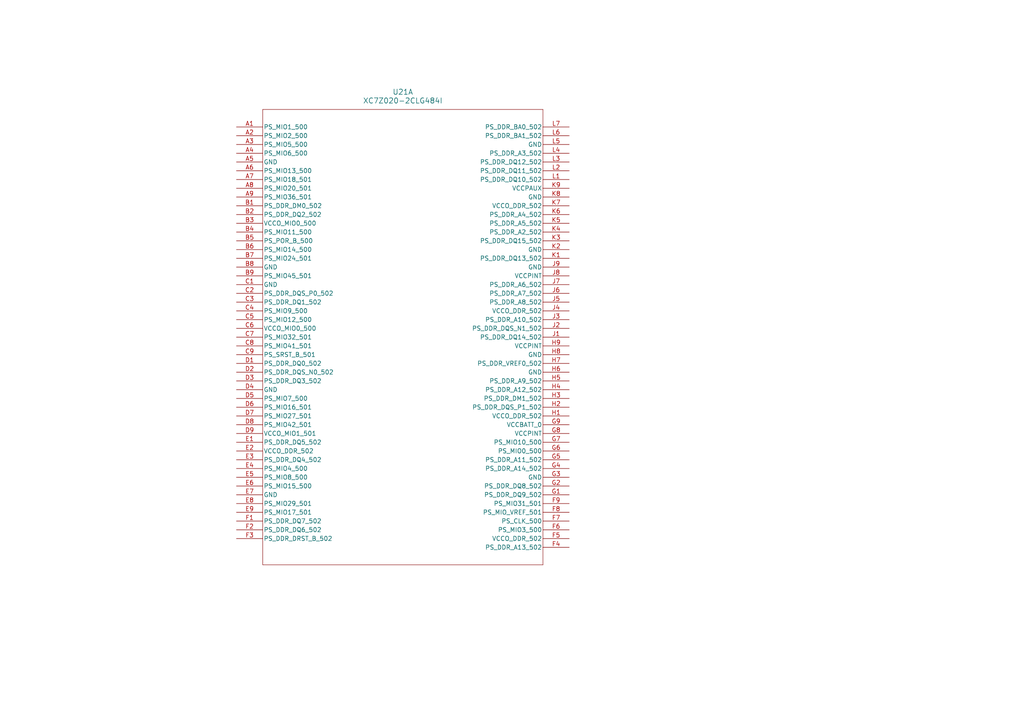
<source format=kicad_sch>
(kicad_sch (version 20231120) (generator "eeschema") (generator_version "8.0")
  (paper "A4")
  (lib_symbols
    (symbol "2025-03-16_19-05-43:XC7Z020-2CLG484I" (pin_names (offset 0.254))
      (property "Reference" "U" (at 48.26 10.16 0))
      (property "Value" "XC7Z020-2CLG484I" (at 48.26 7.62 0))
      (symbol "XC7Z020-2CLG484I_1_1"
        (polyline (pts (xy 7.62 -127) (xy 88.9 -127)) (stroke (width 0.127)))
        (polyline (pts (xy 7.62 5.08) (xy 7.62 -127)) (stroke (width 0.127)))
        (polyline (pts (xy 88.9 -127) (xy 88.9 5.08)) (stroke (width 0.127)))
        (polyline (pts (xy 88.9 5.08) (xy 7.62 5.08)) (stroke (width 0.127)))
        (pin bidirectional line (at 0 0 0) (length 7.62) (name "PS_MIO1_500") (number "A1"))
        (pin bidirectional line (at 0 -2.54 0) (length 7.62) (name "PS_MIO2_500") (number "A2"))
        (pin bidirectional line (at 0 -5.08 0) (length 7.62) (name "PS_MIO5_500") (number "A3"))
        (pin bidirectional line (at 0 -7.62 0) (length 7.62) (name "PS_MIO6_500") (number "A4"))
        (pin power_out line (at 0 -10.16 0) (length 7.62) (name "GND") (number "A5"))
        (pin bidirectional line (at 0 -12.7 0) (length 7.62) (name "PS_MIO13_500") (number "A6"))
        (pin bidirectional line (at 0 -15.24 0) (length 7.62) (name "PS_MIO18_501") (number "A7"))
        (pin bidirectional line (at 0 -17.78 0) (length 7.62) (name "PS_MIO20_501") (number "A8"))
        (pin bidirectional line (at 0 -20.32 0) (length 7.62) (name "PS_MIO36_501") (number "A9"))
        (pin output line (at 0 -22.86 0) (length 7.62) (name "PS_DDR_DM0_502") (number "B1"))
        (pin bidirectional line (at 0 -25.4 0) (length 7.62) (name "PS_DDR_DQ2_502") (number "B2"))
        (pin power_in line (at 0 -27.94 0) (length 7.62) (name "VCCO_MIO0_500") (number "B3"))
        (pin bidirectional line (at 0 -30.48 0) (length 7.62) (name "PS_MIO11_500") (number "B4"))
        (pin input line (at 0 -33.02 0) (length 7.62) (name "PS_POR_B_500") (number "B5"))
        (pin bidirectional line (at 0 -35.56 0) (length 7.62) (name "PS_MIO14_500") (number "B6"))
        (pin bidirectional line (at 0 -38.1 0) (length 7.62) (name "PS_MIO24_501") (number "B7"))
        (pin power_out line (at 0 -40.64 0) (length 7.62) (name "GND") (number "B8"))
        (pin bidirectional line (at 0 -43.18 0) (length 7.62) (name "PS_MIO45_501") (number "B9"))
        (pin power_out line (at 0 -45.72 0) (length 7.62) (name "GND") (number "C1"))
        (pin bidirectional line (at 0 -48.26 0) (length 7.62) (name "PS_DDR_DQS_P0_502") (number "C2"))
        (pin bidirectional line (at 0 -50.8 0) (length 7.62) (name "PS_DDR_DQ1_502") (number "C3"))
        (pin bidirectional line (at 0 -53.34 0) (length 7.62) (name "PS_MIO9_500") (number "C4"))
        (pin bidirectional line (at 0 -55.88 0) (length 7.62) (name "PS_MIO12_500") (number "C5"))
        (pin power_in line (at 0 -58.42 0) (length 7.62) (name "VCCO_MIO0_500") (number "C6"))
        (pin bidirectional line (at 0 -60.96 0) (length 7.62) (name "PS_MIO32_501") (number "C7"))
        (pin bidirectional line (at 0 -63.5 0) (length 7.62) (name "PS_MIO41_501") (number "C8"))
        (pin input line (at 0 -66.04 0) (length 7.62) (name "PS_SRST_B_501") (number "C9"))
        (pin bidirectional line (at 0 -68.58 0) (length 7.62) (name "PS_DDR_DQ0_502") (number "D1"))
        (pin bidirectional line (at 0 -71.12 0) (length 7.62) (name "PS_DDR_DQS_N0_502") (number "D2"))
        (pin bidirectional line (at 0 -73.66 0) (length 7.62) (name "PS_DDR_DQ3_502") (number "D3"))
        (pin power_out line (at 0 -76.2 0) (length 7.62) (name "GND") (number "D4"))
        (pin bidirectional line (at 0 -78.74 0) (length 7.62) (name "PS_MIO7_500") (number "D5"))
        (pin bidirectional line (at 0 -81.28 0) (length 7.62) (name "PS_MIO16_501") (number "D6"))
        (pin bidirectional line (at 0 -83.82 0) (length 7.62) (name "PS_MIO27_501") (number "D7"))
        (pin bidirectional line (at 0 -86.36 0) (length 7.62) (name "PS_MIO42_501") (number "D8"))
        (pin power_in line (at 0 -88.9 0) (length 7.62) (name "VCCO_MIO1_501") (number "D9"))
        (pin bidirectional line (at 0 -91.44 0) (length 7.62) (name "PS_DDR_DQ5_502") (number "E1"))
        (pin power_in line (at 0 -93.98 0) (length 7.62) (name "VCCO_DDR_502") (number "E2"))
        (pin bidirectional line (at 0 -96.52 0) (length 7.62) (name "PS_DDR_DQ4_502") (number "E3"))
        (pin bidirectional line (at 0 -99.06 0) (length 7.62) (name "PS_MIO4_500") (number "E4"))
        (pin bidirectional line (at 0 -101.6 0) (length 7.62) (name "PS_MIO8_500") (number "E5"))
        (pin bidirectional line (at 0 -104.14 0) (length 7.62) (name "PS_MIO15_500") (number "E6"))
        (pin power_out line (at 0 -106.68 0) (length 7.62) (name "GND") (number "E7"))
        (pin bidirectional line (at 0 -109.22 0) (length 7.62) (name "PS_MIO29_501") (number "E8"))
        (pin bidirectional line (at 0 -111.76 0) (length 7.62) (name "PS_MIO17_501") (number "E9"))
        (pin bidirectional line (at 0 -114.3 0) (length 7.62) (name "PS_DDR_DQ7_502") (number "F1"))
        (pin bidirectional line (at 0 -116.84 0) (length 7.62) (name "PS_DDR_DQ6_502") (number "F2"))
        (pin output line (at 0 -119.38 0) (length 7.62) (name "PS_DDR_DRST_B_502") (number "F3"))
        (pin output line (at 96.52 -121.92 180) (length 7.62) (name "PS_DDR_A13_502") (number "F4"))
        (pin power_in line (at 96.52 -119.38 180) (length 7.62) (name "VCCO_DDR_502") (number "F5"))
        (pin bidirectional line (at 96.52 -116.84 180) (length 7.62) (name "PS_MIO3_500") (number "F6"))
        (pin input line (at 96.52 -114.3 180) (length 7.62) (name "PS_CLK_500") (number "F7"))
        (pin power_in line (at 96.52 -111.76 180) (length 7.62) (name "PS_MIO_VREF_501") (number "F8"))
        (pin bidirectional line (at 96.52 -109.22 180) (length 7.62) (name "PS_MIO31_501") (number "F9"))
        (pin bidirectional line (at 96.52 -106.68 180) (length 7.62) (name "PS_DDR_DQ9_502") (number "G1"))
        (pin bidirectional line (at 96.52 -104.14 180) (length 7.62) (name "PS_DDR_DQ8_502") (number "G2"))
        (pin power_out line (at 96.52 -101.6 180) (length 7.62) (name "GND") (number "G3"))
        (pin output line (at 96.52 -99.06 180) (length 7.62) (name "PS_DDR_A14_502") (number "G4"))
        (pin output line (at 96.52 -96.52 180) (length 7.62) (name "PS_DDR_A11_502") (number "G5"))
        (pin bidirectional line (at 96.52 -93.98 180) (length 7.62) (name "PS_MIO0_500") (number "G6"))
        (pin bidirectional line (at 96.52 -91.44 180) (length 7.62) (name "PS_MIO10_500") (number "G7"))
        (pin power_in line (at 96.52 -88.9 180) (length 7.62) (name "VCCPINT") (number "G8"))
        (pin power_in line (at 96.52 -86.36 180) (length 7.62) (name "VCCBATT_0") (number "G9"))
        (pin power_in line (at 96.52 -83.82 180) (length 7.62) (name "VCCO_DDR_502") (number "H1"))
        (pin bidirectional line (at 96.52 -81.28 180) (length 7.62) (name "PS_DDR_DQS_P1_502") (number "H2"))
        (pin output line (at 96.52 -78.74 180) (length 7.62) (name "PS_DDR_DM1_502") (number "H3"))
        (pin output line (at 96.52 -76.2 180) (length 7.62) (name "PS_DDR_A12_502") (number "H4"))
        (pin output line (at 96.52 -73.66 180) (length 7.62) (name "PS_DDR_A9_502") (number "H5"))
        (pin power_out line (at 96.52 -71.12 180) (length 7.62) (name "GND") (number "H6"))
        (pin power_in line (at 96.52 -68.58 180) (length 7.62) (name "PS_DDR_VREF0_502") (number "H7"))
        (pin power_out line (at 96.52 -66.04 180) (length 7.62) (name "GND") (number "H8"))
        (pin power_in line (at 96.52 -63.5 180) (length 7.62) (name "VCCPINT") (number "H9"))
        (pin bidirectional line (at 96.52 -60.96 180) (length 7.62) (name "PS_DDR_DQ14_502") (number "J1"))
        (pin bidirectional line (at 96.52 -58.42 180) (length 7.62) (name "PS_DDR_DQS_N1_502") (number "J2"))
        (pin output line (at 96.52 -55.88 180) (length 7.62) (name "PS_DDR_A10_502") (number "J3"))
        (pin power_in line (at 96.52 -53.34 180) (length 7.62) (name "VCCO_DDR_502") (number "J4"))
        (pin output line (at 96.52 -50.8 180) (length 7.62) (name "PS_DDR_A8_502") (number "J5"))
        (pin output line (at 96.52 -48.26 180) (length 7.62) (name "PS_DDR_A7_502") (number "J6"))
        (pin output line (at 96.52 -45.72 180) (length 7.62) (name "PS_DDR_A6_502") (number "J7"))
        (pin power_in line (at 96.52 -43.18 180) (length 7.62) (name "VCCPINT") (number "J8"))
        (pin power_out line (at 96.52 -40.64 180) (length 7.62) (name "GND") (number "J9"))
        (pin bidirectional line (at 96.52 -38.1 180) (length 7.62) (name "PS_DDR_DQ13_502") (number "K1"))
        (pin power_out line (at 96.52 -35.56 180) (length 7.62) (name "GND") (number "K2"))
        (pin bidirectional line (at 96.52 -33.02 180) (length 7.62) (name "PS_DDR_DQ15_502") (number "K3"))
        (pin output line (at 96.52 -30.48 180) (length 7.62) (name "PS_DDR_A2_502") (number "K4"))
        (pin output line (at 96.52 -27.94 180) (length 7.62) (name "PS_DDR_A5_502") (number "K5"))
        (pin output line (at 96.52 -25.4 180) (length 7.62) (name "PS_DDR_A4_502") (number "K6"))
        (pin power_in line (at 96.52 -22.86 180) (length 7.62) (name "VCCO_DDR_502") (number "K7"))
        (pin power_out line (at 96.52 -20.32 180) (length 7.62) (name "GND") (number "K8"))
        (pin power_in line (at 96.52 -17.78 180) (length 7.62) (name "VCCPAUX") (number "K9"))
        (pin bidirectional line (at 96.52 -15.24 180) (length 7.62) (name "PS_DDR_DQ10_502") (number "L1"))
        (pin bidirectional line (at 96.52 -12.7 180) (length 7.62) (name "PS_DDR_DQ11_502") (number "L2"))
        (pin bidirectional line (at 96.52 -10.16 180) (length 7.62) (name "PS_DDR_DQ12_502") (number "L3"))
        (pin output line (at 96.52 -7.62 180) (length 7.62) (name "PS_DDR_A3_502") (number "L4"))
        (pin power_out line (at 96.52 -5.08 180) (length 7.62) (name "GND") (number "L5"))
        (pin output line (at 96.52 -2.54 180) (length 7.62) (name "PS_DDR_BA1_502") (number "L6"))
        (pin output line (at 96.52 0 180) (length 7.62) (name "PS_DDR_BA0_502") (number "L7"))
      )
      (symbol "XC7Z020-2CLG484I_2_1"
        (polyline (pts (xy 7.62 -127) (xy 104.14 -127)) (stroke (width 0.127)))
        (polyline (pts (xy 7.62 5.08) (xy 7.62 -127)) (stroke (width 0.127)))
        (polyline (pts (xy 104.14 -127) (xy 104.14 5.08)) (stroke (width 0.127)))
        (polyline (pts (xy 104.14 5.08) (xy 7.62 5.08)) (stroke (width 0.127)))
        (pin power_in line (at 111.76 -33.02 180) (length 7.62) (name "VCCO_MIO1_501") (number "A10"))
        (pin bidirectional line (at 111.76 -30.48 180) (length 7.62) (name "PS_MIO30_501") (number "A11"))
        (pin bidirectional line (at 111.76 -27.94 180) (length 7.62) (name "PS_MIO28_501") (number "A12"))
        (pin bidirectional line (at 111.76 -25.4 180) (length 7.62) (name "PS_MIO26_501") (number "A13"))
        (pin bidirectional line (at 111.76 -22.86 180) (length 7.62) (name "PS_MIO22_501") (number "A14"))
        (pin power_out line (at 111.76 -20.32 180) (length 7.62) (name "GND") (number "A15"))
        (pin bidirectional line (at 111.76 -17.78 180) (length 7.62) (name "IO_L9P_T1_DQS_AD3P_35") (number "A16"))
        (pin bidirectional line (at 111.76 -15.24 180) (length 7.62) (name "IO_L9N_T1_DQS_AD3N_35") (number "A17"))
        (pin bidirectional line (at 111.76 -12.7 180) (length 7.62) (name "IO_L10P_T1_AD11P_35") (number "A18"))
        (pin bidirectional line (at 111.76 -10.16 180) (length 7.62) (name "IO_L10N_T1_AD11N_35") (number "A19"))
        (pin power_in line (at 111.76 -7.62 180) (length 7.62) (name "VCCO_35") (number "A20"))
        (pin bidirectional line (at 111.76 -5.08 180) (length 7.62) (name "IO_L15P_T2_DQS_AD12P_35") (number "A21"))
        (pin bidirectional line (at 111.76 -2.54 180) (length 7.62) (name "IO_L15N_T2_DQS_AD12N_35") (number "A22"))
        (pin bidirectional line (at 111.76 0 180) (length 7.62) (name "PS_DDR_DQ26_502") (number "AA1"))
        (pin power_in line (at 0 0 0) (length 7.62) (name "VCCPINT") (number "L8"))
        (pin power_out line (at 0 -2.54 0) (length 7.62) (name "GND") (number "L9"))
        (pin bidirectional line (at 0 -5.08 0) (length 7.62) (name "PS_DDR_DQ16_502") (number "M1"))
        (pin bidirectional line (at 0 -7.62 0) (length 7.62) (name "PS_DDR_DQ22_502") (number "M2"))
        (pin power_in line (at 0 -10.16 0) (length 7.62) (name "VCCO_DDR_502") (number "M3"))
        (pin output line (at 0 -12.7 0) (length 7.62) (name "PS_DDR_A0_502") (number "M4"))
        (pin output line (at 0 -15.24 0) (length 7.62) (name "PS_DDR_A1_502") (number "M5"))
        (pin output line (at 0 -17.78 0) (length 7.62) (name "PS_DDR_BA2_502") (number "M6"))
        (pin output line (at 0 -20.32 0) (length 7.62) (name "PS_DDR_VRN_502") (number "M7"))
        (pin power_out line (at 0 -22.86 0) (length 7.62) (name "GND") (number "M8"))
        (pin power_in line (at 0 -25.4 0) (length 7.62) (name "VCCPAUX") (number "M9"))
        (pin power_out line (at 0 -27.94 0) (length 7.62) (name "GND") (number "N1"))
        (pin bidirectional line (at 0 -30.48 0) (length 7.62) (name "PS_DDR_DQS_P2_502") (number "N2"))
        (pin bidirectional line (at 0 -33.02 0) (length 7.62) (name "PS_DDR_DQ18_502") (number "N3"))
        (pin output line (at 0 -35.56 0) (length 7.62) (name "PS_DDR_CKP_502") (number "N4"))
        (pin output line (at 0 -38.1 0) (length 7.62) (name "PS_DDR_CKN_502") (number "N5"))
        (pin power_in line (at 0 -40.64 0) (length 7.62) (name "VCCO_DDR_502") (number "N6"))
        (pin output line (at 0 -43.18 0) (length 7.62) (name "PS_DDR_VRP_502") (number "N7"))
        (pin power_in line (at 0 -45.72 0) (length 7.62) (name "VCCPINT") (number "N8"))
        (pin power_out line (at 0 -48.26 0) (length 7.62) (name "GND") (number "N9"))
        (pin output line (at 0 -50.8 0) (length 7.62) (name "PS_DDR_DM2_502") (number "P1"))
        (pin bidirectional line (at 0 -53.34 0) (length 7.62) (name "PS_DDR_DQS_N2_502") (number "P2"))
        (pin output line (at 0 -55.88 0) (length 7.62) (name "PS_DDR_CAS_B_502") (number "P3"))
        (pin power_out line (at 0 -58.42 0) (length 7.62) (name "GND") (number "P4"))
        (pin output line (at 0 -60.96 0) (length 7.62) (name "PS_DDR_ODT_502") (number "P5"))
        (pin output line (at 0 -63.5 0) (length 7.62) (name "PS_DDR_CS_B_502") (number "P6"))
        (pin power_in line (at 0 -66.04 0) (length 7.62) (name "PS_DDR_VREF1_502") (number "P7"))
        (pin power_out line (at 0 -68.58 0) (length 7.62) (name "GND") (number "P8"))
        (pin power_in line (at 0 -71.12 0) (length 7.62) (name "VCCPAUX") (number "P9"))
        (pin bidirectional line (at 0 -73.66 0) (length 7.62) (name "PS_DDR_DQ23_502") (number "R1"))
        (pin power_in line (at 0 -76.2 0) (length 7.62) (name "VCCO_DDR_502") (number "R2"))
        (pin bidirectional line (at 0 -78.74 0) (length 7.62) (name "PS_DDR_DQ20_502") (number "R3"))
        (pin output line (at 0 -81.28 0) (length 7.62) (name "PS_DDR_WE_B_502") (number "R4"))
        (pin output line (at 0 -83.82 0) (length 7.62) (name "PS_DDR_RAS_B_502") (number "R5"))
        (pin bidirectional line (at 0 -86.36 0) (length 7.62) (name "IO_L19P_T3_13") (number "R6"))
        (pin bidirectional line (at 0 -88.9 0) (length 7.62) (name "IO_0_13") (number "R7"))
        (pin power_in line (at 0 -91.44 0) (length 7.62) (name "VCCPINT") (number "R8"))
        (pin power_out line (at 0 -93.98 0) (length 7.62) (name "GND") (number "R9"))
        (pin bidirectional line (at 0 -96.52 0) (length 7.62) (name "PS_DDR_DQ19_502") (number "T1"))
        (pin bidirectional line (at 0 -99.06 0) (length 7.62) (name "PS_DDR_DQ21_502") (number "T2"))
        (pin bidirectional line (at 0 -101.6 0) (length 7.62) (name "PS_DDR_DQ17_502") (number "T3"))
        (pin bidirectional line (at 0 -104.14 0) (length 7.62) (name "IO_L20P_T3_13") (number "T4"))
        (pin power_in line (at 0 -106.68 0) (length 7.62) (name "VCCO_13") (number "T5"))
        (pin bidirectional line (at 0 -109.22 0) (length 7.62) (name "IO_L19N_T3_VREF_13") (number "T6"))
        (pin power_in line (at 0 -111.76 0) (length 7.62) (name "RSVDVCC1") (number "T7"))
        (pin power_in line (at 0 -114.3 0) (length 7.62) (name "RSVDVCC2") (number "T8"))
        (pin power_in line (at 0 -116.84 0) (length 7.62) (name "VCCPAUX") (number "T9"))
        (pin bidirectional line (at 0 -119.38 0) (length 7.62) (name "PS_DDR_DQ25_502") (number "U1"))
        (pin bidirectional line (at 111.76 -121.92 180) (length 7.62) (name "PS_DDR_DQ27_502") (number "U2"))
        (pin power_out line (at 111.76 -119.38 180) (length 7.62) (name "GND") (number "U3"))
        (pin bidirectional line (at 111.76 -116.84 180) (length 7.62) (name "IO_L20N_T3_13") (number "U4"))
        (pin bidirectional line (at 111.76 -114.3 180) (length 7.62) (name "IO_L22N_T3_13") (number "U5"))
        (pin bidirectional line (at 111.76 -111.76 180) (length 7.62) (name "IO_L22P_T3_13") (number "U6"))
        (pin bidirectional line (at 111.76 -109.22 180) (length 7.62) (name "IO_25_13") (number "U7"))
        (pin power_in line (at 111.76 -106.68 180) (length 7.62) (name "VCCO_13") (number "U8"))
        (pin bidirectional line (at 111.76 -104.14 180) (length 7.62) (name "IO_L6N_T0_VREF_13") (number "U9"))
        (pin power_in line (at 111.76 -101.6 180) (length 7.62) (name "VCCO_DDR_502") (number "V1"))
        (pin bidirectional line (at 111.76 -99.06 180) (length 7.62) (name "PS_DDR_DQS_P3_502") (number "V2"))
        (pin output line (at 111.76 -96.52 180) (length 7.62) (name "PS_DDR_CKE_502") (number "V3"))
        (pin bidirectional line (at 111.76 -93.98 180) (length 7.62) (name "IO_L21N_T3_DQS_13") (number "V4"))
        (pin bidirectional line (at 111.76 -91.44 180) (length 7.62) (name "IO_L21P_T3_DQS_13") (number "V5"))
        (pin power_out line (at 111.76 -88.9 180) (length 7.62) (name "GND") (number "V6"))
        (pin bidirectional line (at 111.76 -86.36 180) (length 7.62) (name "IO_L23P_T3_13") (number "V7"))
        (pin bidirectional line (at 111.76 -83.82 180) (length 7.62) (name "IO_L2P_T0_13") (number "V8"))
        (pin bidirectional line (at 111.76 -81.28 180) (length 7.62) (name "IO_L1N_T0_13") (number "V9"))
        (pin bidirectional line (at 111.76 -78.74 180) (length 7.62) (name "PS_DDR_DQ28_502") (number "W1"))
        (pin bidirectional line (at 111.76 -76.2 180) (length 7.62) (name "PS_DDR_DQS_N3_502") (number "W2"))
        (pin bidirectional line (at 111.76 -73.66 180) (length 7.62) (name "PS_DDR_DQ30_502") (number "W3"))
        (pin power_in line (at 111.76 -71.12 180) (length 7.62) (name "VCCO_13") (number "W4"))
        (pin bidirectional line (at 111.76 -68.58 180) (length 7.62) (name "IO_L24N_T3_13") (number "W5"))
        (pin bidirectional line (at 111.76 -66.04 180) (length 7.62) (name "IO_L24P_T3_13") (number "W6"))
        (pin bidirectional line (at 111.76 -63.5 180) (length 7.62) (name "IO_L23N_T3_13") (number "W7"))
        (pin bidirectional line (at 111.76 -60.96 180) (length 7.62) (name "IO_L2N_T0_13") (number "W8"))
        (pin power_out line (at 111.76 -58.42 180) (length 7.62) (name "GND") (number "W9"))
        (pin bidirectional line (at 111.76 -55.88 180) (length 7.62) (name "PS_DDR_DQ31_502") (number "Y1"))
        (pin power_out line (at 111.76 -53.34 180) (length 7.62) (name "GND") (number "Y2"))
        (pin bidirectional line (at 111.76 -50.8 180) (length 7.62) (name "PS_DDR_DQ29_502") (number "Y3"))
        (pin bidirectional line (at 111.76 -48.26 180) (length 7.62) (name "IO_L18P_T2_13") (number "Y4"))
        (pin bidirectional line (at 111.76 -45.72 180) (length 7.62) (name "IO_L13N_T2_MRCC_13") (number "Y5"))
        (pin bidirectional line (at 111.76 -43.18 180) (length 7.62) (name "IO_L13P_T2_MRCC_13") (number "Y6"))
        (pin power_in line (at 111.76 -40.64 180) (length 7.62) (name "VCCO_13") (number "Y7"))
        (pin bidirectional line (at 111.76 -38.1 180) (length 7.62) (name "IO_L12N_T1_MRCC_13") (number "Y8"))
        (pin bidirectional line (at 111.76 -35.56 180) (length 7.62) (name "IO_L12P_T1_MRCC_13") (number "Y9"))
      )
      (symbol "XC7Z020-2CLG484I_3_1"
        (polyline (pts (xy 7.62 -127) (xy 114.3 -127)) (stroke (width 0.127)))
        (polyline (pts (xy 7.62 5.08) (xy 7.62 -127)) (stroke (width 0.127)))
        (polyline (pts (xy 114.3 -127) (xy 114.3 5.08)) (stroke (width 0.127)))
        (polyline (pts (xy 114.3 5.08) (xy 7.62 5.08)) (stroke (width 0.127)))
        (pin output line (at 0 0 0) (length 7.62) (name "PS_DDR_DM3_502") (number "AA2"))
        (pin bidirectional line (at 0 -2.54 0) (length 7.62) (name "PS_DDR_DQ24_502") (number "AA3"))
        (pin bidirectional line (at 0 -5.08 0) (length 7.62) (name "IO_L18N_T2_13") (number "AA4"))
        (pin power_out line (at 0 -7.62 0) (length 7.62) (name "GND") (number "AA5"))
        (pin bidirectional line (at 0 -10.16 0) (length 7.62) (name "IO_L14N_T2_SRCC_13") (number "AA6"))
        (pin bidirectional line (at 0 -12.7 0) (length 7.62) (name "IO_L14P_T2_SRCC_13") (number "AA7"))
        (pin bidirectional line (at 0 -15.24 0) (length 7.62) (name "IO_L11N_T1_SRCC_13") (number "AA8"))
        (pin bidirectional line (at 0 -17.78 0) (length 7.62) (name "IO_L11P_T1_SRCC_13") (number "AA9"))
        (pin bidirectional line (at 0 -20.32 0) (length 7.62) (name "IO_L15N_T2_DQS_13") (number "AB1"))
        (pin bidirectional line (at 0 -22.86 0) (length 7.62) (name "IO_L15P_T2_DQS_13") (number "AB2"))
        (pin power_in line (at 0 -25.4 0) (length 7.62) (name "VCCO_13") (number "AB3"))
        (pin bidirectional line (at 0 -27.94 0) (length 7.62) (name "IO_L16N_T2_13") (number "AB4"))
        (pin bidirectional line (at 0 -30.48 0) (length 7.62) (name "IO_L16P_T2_13") (number "AB5"))
        (pin bidirectional line (at 0 -33.02 0) (length 7.62) (name "IO_L17N_T2_13") (number "AB6"))
        (pin bidirectional line (at 0 -35.56 0) (length 7.62) (name "IO_L17P_T2_13") (number "AB7"))
        (pin power_out line (at 0 -38.1 0) (length 7.62) (name "GND") (number "AB8"))
        (pin bidirectional line (at 0 -40.64 0) (length 7.62) (name "IO_L9N_T1_DQS_13") (number "AB9"))
        (pin bidirectional line (at 0 -43.18 0) (length 7.62) (name "PS_MIO47_501") (number "B10"))
        (pin bidirectional line (at 0 -45.72 0) (length 7.62) (name "PS_MIO43_501") (number "B11"))
        (pin bidirectional line (at 0 -48.26 0) (length 7.62) (name "PS_MIO34_501") (number "B12"))
        (pin power_in line (at 0 -50.8 0) (length 7.62) (name "VCCO_MIO1_501") (number "B13"))
        (pin bidirectional line (at 0 -53.34 0) (length 7.62) (name "PS_MIO37_501") (number "B14"))
        (pin bidirectional line (at 0 -55.88 0) (length 7.62) (name "IO_L7N_T1_AD2N_35") (number "B15"))
        (pin bidirectional line (at 0 -58.42 0) (length 7.62) (name "IO_L8P_T1_AD10P_35") (number "B16"))
        (pin bidirectional line (at 0 -60.96 0) (length 7.62) (name "IO_L8N_T1_AD10N_35") (number "B17"))
        (pin power_out line (at 0 -63.5 0) (length 7.62) (name "GND") (number "B18"))
        (pin bidirectional line (at 0 -66.04 0) (length 7.62) (name "IO_L13P_T2_MRCC_35") (number "B19"))
        (pin bidirectional line (at 0 -68.58 0) (length 7.62) (name "IO_L13N_T2_MRCC_35") (number "B20"))
        (pin bidirectional line (at 0 -71.12 0) (length 7.62) (name "IO_L18P_T2_AD13P_35") (number "B21"))
        (pin bidirectional line (at 0 -73.66 0) (length 7.62) (name "IO_L18N_T2_AD13N_35") (number "B22"))
        (pin bidirectional line (at 0 -76.2 0) (length 7.62) (name "PS_MIO51_501") (number "C10"))
        (pin power_out line (at 0 -78.74 0) (length 7.62) (name "GND") (number "C11"))
        (pin bidirectional line (at 0 -81.28 0) (length 7.62) (name "PS_MIO53_501") (number "C12"))
        (pin bidirectional line (at 0 -83.82 0) (length 7.62) (name "PS_MIO39_501") (number "C13"))
        (pin bidirectional line (at 0 -86.36 0) (length 7.62) (name "PS_MIO49_501") (number "C14"))
        (pin bidirectional line (at 0 -88.9 0) (length 7.62) (name "IO_L7P_T1_AD2P_35") (number "C15"))
        (pin power_in line (at 0 -91.44 0) (length 7.62) (name "VCCO_35") (number "C16"))
        (pin bidirectional line (at 0 -93.98 0) (length 7.62) (name "IO_L11P_T1_SRCC_35") (number "C17"))
        (pin bidirectional line (at 0 -96.52 0) (length 7.62) (name "IO_L11N_T1_SRCC_35") (number "C18"))
        (pin bidirectional line (at 0 -99.06 0) (length 7.62) (name "IO_L12N_T1_MRCC_35") (number "C19"))
        (pin bidirectional line (at 0 -101.6 0) (length 7.62) (name "IO_L14N_T2_AD4N_SRCC_35") (number "C20"))
        (pin power_out line (at 0 -104.14 0) (length 7.62) (name "GND") (number "C21"))
        (pin bidirectional line (at 0 -106.68 0) (length 7.62) (name "IO_L16N_T2_35") (number "C22"))
        (pin bidirectional line (at 0 -109.22 0) (length 7.62) (name "PS_MIO52_501") (number "D10"))
        (pin bidirectional line (at 0 -111.76 0) (length 7.62) (name "PS_MIO48_501") (number "D11"))
        (pin bidirectional line (at 0 -114.3 0) (length 7.62) (name "PS_MIO46_501") (number "D12"))
        (pin bidirectional line (at 0 -116.84 0) (length 7.62) (name "PS_MIO50_501") (number "D13"))
        (pin power_out line (at 0 -119.38 0) (length 7.62) (name "GND") (number "D14"))
        (pin bidirectional line (at 121.92 -121.92 180) (length 7.62) (name "IO_L3N_T0_DQS_AD1N_35") (number "D15"))
        (pin bidirectional line (at 121.92 -119.38 180) (length 7.62) (name "IO_L2P_T0_AD8P_35") (number "D16"))
        (pin bidirectional line (at 121.92 -116.84 180) (length 7.62) (name "IO_L2N_T0_AD8N_35") (number "D17"))
        (pin bidirectional line (at 121.92 -114.3 180) (length 7.62) (name "IO_L12P_T1_MRCC_35") (number "D18"))
        (pin power_in line (at 121.92 -111.76 180) (length 7.62) (name "VCCO_35") (number "D19"))
        (pin bidirectional line (at 121.92 -109.22 180) (length 7.62) (name "IO_L14P_T2_AD4P_SRCC_35") (number "D20"))
        (pin bidirectional line (at 121.92 -106.68 180) (length 7.62) (name "IO_L17N_T2_AD5N_35") (number "D21"))
        (pin bidirectional line (at 121.92 -104.14 180) (length 7.62) (name "IO_L16P_T2_35") (number "D22"))
        (pin bidirectional line (at 121.92 -101.6 180) (length 7.62) (name "PS_MIO19_501") (number "E10"))
        (pin bidirectional line (at 121.92 -99.06 180) (length 7.62) (name "PS_MIO23_501") (number "E11"))
        (pin power_in line (at 121.92 -96.52 180) (length 7.62) (name "VCCO_MIO1_501") (number "E12"))
        (pin bidirectional line (at 121.92 -93.98 180) (length 7.62) (name "PS_MIO44_501") (number "E13"))
        (pin bidirectional line (at 121.92 -91.44 180) (length 7.62) (name "PS_MIO40_501") (number "E14"))
        (pin bidirectional line (at 121.92 -88.9 180) (length 7.62) (name "IO_L3P_T0_DQS_AD1P_35") (number "E15"))
        (pin bidirectional line (at 121.92 -86.36 180) (length 7.62) (name "IO_L1N_T0_AD0N_35") (number "E16"))
        (pin power_out line (at 121.92 -83.82 180) (length 7.62) (name "GND") (number "E17"))
        (pin bidirectional line (at 121.92 -81.28 180) (length 7.62) (name "IO_L5N_T0_AD9N_35") (number "E18"))
        (pin bidirectional line (at 121.92 -78.74 180) (length 7.62) (name "IO_L21P_T3_DQS_AD14P_35") (number "E19"))
        (pin bidirectional line (at 121.92 -76.2 180) (length 7.62) (name "IO_L21N_T3_DQS_AD14N_35") (number "E20"))
        (pin bidirectional line (at 121.92 -73.66 180) (length 7.62) (name "IO_L17P_T2_AD5P_35") (number "E21"))
        (pin power_in line (at 121.92 -71.12 180) (length 7.62) (name "VCCO_35") (number "E22"))
        (pin power_out line (at 121.92 -68.58 180) (length 7.62) (name "GND") (number "F10"))
        (pin bidirectional line (at 121.92 -66.04 180) (length 7.62) (name "PS_MIO21_501") (number "F11"))
        (pin bidirectional line (at 121.92 -63.5 180) (length 7.62) (name "PS_MIO25_501") (number "F12"))
        (pin bidirectional line (at 121.92 -60.96 180) (length 7.62) (name "PS_MIO38_501") (number "F13"))
        (pin bidirectional line (at 121.92 -58.42 180) (length 7.62) (name "PS_MIO35_501") (number "F14"))
        (pin power_in line (at 121.92 -55.88 180) (length 7.62) (name "VCCO_35") (number "F15"))
        (pin bidirectional line (at 121.92 -53.34 180) (length 7.62) (name "IO_L1P_T0_AD0P_35") (number "F16"))
        (pin bidirectional line (at 121.92 -50.8 180) (length 7.62) (name "IO_L6N_T0_VREF_35") (number "F17"))
        (pin bidirectional line (at 121.92 -48.26 180) (length 7.62) (name "IO_L5P_T0_AD9P_35") (number "F18"))
        (pin bidirectional line (at 121.92 -45.72 180) (length 7.62) (name "IO_L20N_T3_AD6N_35") (number "F19"))
        (pin power_out line (at 121.92 -43.18 180) (length 7.62) (name "GND") (number "F20"))
        (pin bidirectional line (at 121.92 -40.64 180) (length 7.62) (name "IO_L23P_T3_35") (number "F21"))
        (pin bidirectional line (at 121.92 -38.1 180) (length 7.62) (name "IO_L23N_T3_35") (number "F22"))
        (pin no_connect line (at 121.92 -35.56 180) (length 7.62) (name "RSVDGND") (number "G10"))
        (pin input line (at 121.92 -33.02 180) (length 7.62) (name "TCK_0") (number "G11"))
        (pin input line (at 121.92 -30.48 180) (length 7.62) (name "TMS_0") (number "G12"))
        (pin bidirectional line (at 121.92 -27.94 180) (length 7.62) (name "PS_MIO33_501") (number "G13"))
        (pin output line (at 121.92 -25.4 180) (length 7.62) (name "TDO_0") (number "G14"))
        (pin bidirectional line (at 121.92 -22.86 180) (length 7.62) (name "IO_L4P_T0_35") (number "G15"))
        (pin bidirectional line (at 121.92 -20.32 180) (length 7.62) (name "IO_L4N_T0_35") (number "G16"))
        (pin bidirectional line (at 121.92 -17.78 180) (length 7.62) (name "IO_L6P_T0_35") (number "G17"))
        (pin power_in line (at 121.92 -15.24 180) (length 7.62) (name "VCCO_35") (number "G18"))
        (pin bidirectional line (at 121.92 -12.7 180) (length 7.62) (name "IO_L20P_T3_AD6P_35") (number "G19"))
        (pin bidirectional line (at 121.92 -10.16 180) (length 7.62) (name "IO_L22P_T3_AD7P_35") (number "G20"))
        (pin bidirectional line (at 121.92 -7.62 180) (length 7.62) (name "IO_L22N_T3_AD7N_35") (number "G21"))
        (pin bidirectional line (at 121.92 -5.08 180) (length 7.62) (name "IO_L24N_T3_AD15N_35") (number "G22"))
        (pin power_in line (at 121.92 -2.54 180) (length 7.62) (name "VCCPLL") (number "H10"))
        (pin power_in line (at 121.92 0 180) (length 7.62) (name "VCCBRAM") (number "H11"))
      )
      (symbol "XC7Z020-2CLG484I_4_1"
        (polyline (pts (xy 7.62 -127) (xy 104.14 -127)) (stroke (width 0.127)))
        (polyline (pts (xy 7.62 5.08) (xy 7.62 -127)) (stroke (width 0.127)))
        (polyline (pts (xy 104.14 -127) (xy 104.14 5.08)) (stroke (width 0.127)))
        (polyline (pts (xy 104.14 5.08) (xy 7.62 5.08)) (stroke (width 0.127)))
        (pin power_out line (at 0 0 0) (length 7.62) (name "GND") (number "H12"))
        (pin input line (at 0 -2.54 0) (length 7.62) (name "TDI_0") (number "H13"))
        (pin power_out line (at 0 -5.08 0) (length 7.62) (name "GND") (number "H14"))
        (pin bidirectional line (at 0 -7.62 0) (length 7.62) (name "IO_0_34") (number "H15"))
        (pin power_out line (at 0 -10.16 0) (length 7.62) (name "GND") (number "H16"))
        (pin bidirectional line (at 0 -12.7 0) (length 7.62) (name "IO_0_35") (number "H17"))
        (pin bidirectional line (at 0 -15.24 0) (length 7.62) (name "IO_25_35") (number "H18"))
        (pin bidirectional line (at 0 -17.78 0) (length 7.62) (name "IO_L19P_T3_35") (number "H19"))
        (pin bidirectional line (at 0 -20.32 0) (length 7.62) (name "IO_L19N_T3_VREF_35") (number "H20"))
        (pin power_in line (at 0 -22.86 0) (length 7.62) (name "VCCO_35") (number "H21"))
        (pin bidirectional line (at 0 -25.4 0) (length 7.62) (name "IO_L24P_T3_AD15P_35") (number "H22"))
        (pin power_in line (at 0 -27.94 0) (length 7.62) (name "VCCBRAM") (number "J10"))
        (pin power_out line (at 0 -30.48 0) (length 7.62) (name "GND") (number "J11"))
        (pin power_in line (at 0 -33.02 0) (length 7.62) (name "VCCINT") (number "J12"))
        (pin power_out line (at 0 -35.56 0) (length 7.62) (name "GND") (number "J13"))
        (pin power_in line (at 0 -38.1 0) (length 7.62) (name "VCCINT") (number "J14"))
        (pin bidirectional line (at 0 -40.64 0) (length 7.62) (name "IO_L1P_T0_34") (number "J15"))
        (pin bidirectional line (at 0 -43.18 0) (length 7.62) (name "IO_L2P_T0_34") (number "J16"))
        (pin bidirectional line (at 0 -45.72 0) (length 7.62) (name "IO_L2N_T0_34") (number "J17"))
        (pin bidirectional line (at 0 -48.26 0) (length 7.62) (name "IO_L7P_T1_34") (number "J18"))
        (pin power_out line (at 0 -50.8 0) (length 7.62) (name "GND") (number "J19"))
        (pin bidirectional line (at 0 -53.34 0) (length 7.62) (name "IO_L9P_T1_DQS_34") (number "J20"))
        (pin bidirectional line (at 0 -55.88 0) (length 7.62) (name "IO_L8P_T1_34") (number "J21"))
        (pin bidirectional line (at 0 -58.42 0) (length 7.62) (name "IO_L8N_T1_34") (number "J22"))
        (pin power_out line (at 0 -60.96 0) (length 7.62) (name "GND") (number "K10"))
        (pin power_in line (at 0 -63.5 0) (length 7.62) (name "VCCADC_0") (number "K11"))
        (pin power_out line (at 0 -66.04 0) (length 7.62) (name "GNDADC_0") (number "K12"))
        (pin power_in line (at 0 -68.58 0) (length 7.62) (name "VCCINT") (number "K13"))
        (pin power_out line (at 0 -71.12 0) (length 7.62) (name "GND") (number "K14"))
        (pin bidirectional line (at 0 -73.66 0) (length 7.62) (name "IO_L1N_T0_34") (number "K15"))
        (pin bidirectional line (at 0 -76.2 0) (length 7.62) (name "IO_L3P_T0_DQS_PUDC_B_34") (number "K16"))
        (pin power_in line (at 0 -78.74 0) (length 7.62) (name "VCCO_34") (number "K17"))
        (pin bidirectional line (at 0 -81.28 0) (length 7.62) (name "IO_L7N_T1_34") (number "K18"))
        (pin bidirectional line (at 0 -83.82 0) (length 7.62) (name "IO_L11P_T1_SRCC_34") (number "K19"))
        (pin bidirectional line (at 0 -86.36 0) (length 7.62) (name "IO_L11N_T1_SRCC_34") (number "K20"))
        (pin bidirectional line (at 0 -88.9 0) (length 7.62) (name "IO_L9N_T1_DQS_34") (number "K21"))
        (pin power_out line (at 0 -91.44 0) (length 7.62) (name "GND") (number "K22"))
        (pin power_in line (at 0 -93.98 0) (length 7.62) (name "VCCAUX") (number "L10"))
        (pin input line (at 0 -96.52 0) (length 7.62) (name "VP_0") (number "L11"))
        (pin power_in line (at 0 -99.06 0) (length 7.62) (name "VREFN_0") (number "L12"))
        (pin power_out line (at 0 -101.6 0) (length 7.62) (name "GND") (number "L13"))
        (pin power_in line (at 0 -104.14 0) (length 7.62) (name "VCCINT") (number "L14"))
        (pin power_out line (at 0 -106.68 0) (length 7.62) (name "GND") (number "L15"))
        (pin bidirectional line (at 0 -109.22 0) (length 7.62) (name "IO_L3N_T0_DQS_34") (number "L16"))
        (pin bidirectional line (at 0 -111.76 0) (length 7.62) (name "IO_L4P_T0_34") (number "L17"))
        (pin bidirectional line (at 0 -114.3 0) (length 7.62) (name "IO_L12P_T1_MRCC_34") (number "L18"))
        (pin bidirectional line (at 0 -116.84 0) (length 7.62) (name "IO_L12N_T1_MRCC_34") (number "L19"))
        (pin power_in line (at 0 -119.38 0) (length 7.62) (name "VCCO_34") (number "L20"))
        (pin bidirectional line (at 111.76 -121.92 180) (length 7.62) (name "IO_L10P_T1_34") (number "L21"))
        (pin bidirectional line (at 111.76 -119.38 180) (length 7.62) (name "IO_L10N_T1_34") (number "L22"))
        (pin power_out line (at 111.76 -116.84 180) (length 7.62) (name "GND") (number "M10"))
        (pin power_in line (at 111.76 -114.3 180) (length 7.62) (name "VREFP_0") (number "M11"))
        (pin input line (at 111.76 -111.76 180) (length 7.62) (name "VN_0") (number "M12"))
        (pin power_in line (at 111.76 -109.22 180) (length 7.62) (name "VCCINT") (number "M13"))
        (pin power_out line (at 111.76 -106.68 180) (length 7.62) (name "GND") (number "M14"))
        (pin bidirectional line (at 111.76 -104.14 180) (length 7.62) (name "IO_L6P_T0_34") (number "M15"))
        (pin bidirectional line (at 111.76 -101.6 180) (length 7.62) (name "IO_L6N_T0_VREF_34") (number "M16"))
        (pin bidirectional line (at 111.76 -99.06 180) (length 7.62) (name "IO_L4N_T0_34") (number "M17"))
        (pin power_out line (at 111.76 -96.52 180) (length 7.62) (name "GND") (number "M18"))
        (pin bidirectional line (at 111.76 -93.98 180) (length 7.62) (name "IO_L13P_T2_MRCC_34") (number "M19"))
        (pin bidirectional line (at 111.76 -91.44 180) (length 7.62) (name "IO_L13N_T2_MRCC_34") (number "M20"))
        (pin bidirectional line (at 111.76 -88.9 180) (length 7.62) (name "IO_L15P_T2_DQS_34") (number "M21"))
        (pin bidirectional line (at 111.76 -86.36 180) (length 7.62) (name "IO_L15N_T2_DQS_34") (number "M22"))
        (pin power_in line (at 111.76 -83.82 180) (length 7.62) (name "VCCAUX") (number "N10"))
        (pin unspecified line (at 111.76 -81.28 180) (length 7.62) (name "DXP_0") (number "N11"))
        (pin unspecified line (at 111.76 -78.74 180) (length 7.62) (name "DXN_0") (number "N12"))
        (pin power_out line (at 111.76 -76.2 180) (length 7.62) (name "GND") (number "N13"))
        (pin power_in line (at 111.76 -73.66 180) (length 7.62) (name "VCCINT") (number "N14"))
        (pin bidirectional line (at 111.76 -71.12 180) (length 7.62) (name "IO_L19P_T3_34") (number "N15"))
        (pin power_in line (at 111.76 -68.58 180) (length 7.62) (name "VCCO_34") (number "N16"))
        (pin bidirectional line (at 111.76 -66.04 180) (length 7.62) (name "IO_L5P_T0_34") (number "N17"))
        (pin bidirectional line (at 111.76 -63.5 180) (length 7.62) (name "IO_L5N_T0_34") (number "N18"))
        (pin bidirectional line (at 111.76 -60.96 180) (length 7.62) (name "IO_L14P_T2_SRCC_34") (number "N19"))
        (pin bidirectional line (at 111.76 -58.42 180) (length 7.62) (name "IO_L14N_T2_SRCC_34") (number "N20"))
        (pin power_out line (at 111.76 -55.88 180) (length 7.62) (name "GND") (number "N21"))
        (pin bidirectional line (at 111.76 -53.34 180) (length 7.62) (name "IO_L16P_T2_34") (number "N22"))
        (pin power_out line (at 111.76 -50.8 180) (length 7.62) (name "GND") (number "P10"))
        (pin power_in line (at 111.76 -48.26 180) (length 7.62) (name "VCCAUX") (number "P11"))
        (pin power_out line (at 111.76 -45.72 180) (length 7.62) (name "GND") (number "P12"))
        (pin power_in line (at 111.76 -43.18 180) (length 7.62) (name "VCCINT") (number "P13"))
        (pin power_out line (at 111.76 -40.64 180) (length 7.62) (name "GND") (number "P14"))
        (pin bidirectional line (at 111.76 -38.1 180) (length 7.62) (name "IO_L19N_T3_VREF_34") (number "P15"))
        (pin bidirectional line (at 111.76 -35.56 180) (length 7.62) (name "IO_L24P_T3_34") (number "P16"))
        (pin bidirectional line (at 111.76 -33.02 180) (length 7.62) (name "IO_L20P_T3_34") (number "P17"))
        (pin bidirectional line (at 111.76 -30.48 180) (length 7.62) (name "IO_L20N_T3_34") (number "P18"))
        (pin power_in line (at 111.76 -27.94 180) (length 7.62) (name "VCCO_34") (number "P19"))
        (pin bidirectional line (at 111.76 -25.4 180) (length 7.62) (name "IO_L18P_T2_34") (number "P20"))
        (pin bidirectional line (at 111.76 -22.86 180) (length 7.62) (name "IO_L18N_T2_34") (number "P21"))
        (pin bidirectional line (at 111.76 -20.32 180) (length 7.62) (name "IO_L16N_T2_34") (number "P22"))
        (pin power_in line (at 111.76 -17.78 180) (length 7.62) (name "VCCAUX") (number "R10"))
        (pin power_out line (at 111.76 -15.24 180) (length 7.62) (name "GND") (number "R11"))
        (pin power_in line (at 111.76 -12.7 180) (length 7.62) (name "VCCO_0") (number "R12"))
        (pin power_out line (at 111.76 -10.16 180) (length 7.62) (name "GND") (number "R13"))
        (pin power_in line (at 111.76 -7.62 180) (length 7.62) (name "VCCINT") (number "R14"))
        (pin bidirectional line (at 111.76 -5.08 180) (length 7.62) (name "IO_25_34") (number "R15"))
        (pin bidirectional line (at 111.76 -2.54 180) (length 7.62) (name "IO_L24N_T3_34") (number "R16"))
        (pin power_out line (at 111.76 0 180) (length 7.62) (name "GND") (number "R17"))
      )
      (symbol "XC7Z020-2CLG484I_5_1"
        (polyline (pts (xy 7.62 -124.46) (xy 93.98 -124.46)) (stroke (width 0.127)))
        (polyline (pts (xy 7.62 5.08) (xy 7.62 -124.46)) (stroke (width 0.127)))
        (polyline (pts (xy 93.98 -124.46) (xy 93.98 5.08)) (stroke (width 0.127)))
        (polyline (pts (xy 93.98 5.08) (xy 7.62 5.08)) (stroke (width 0.127)))
        (pin power_in line (at 101.6 -63.5 180) (length 7.62) (name "VCCO_13") (number "AA10"))
        (pin bidirectional line (at 101.6 -60.96 180) (length 7.62) (name "IO_L8P_T1_13") (number "AA11"))
        (pin bidirectional line (at 101.6 -58.42 180) (length 7.62) (name "IO_L7P_T1_13") (number "AA12"))
        (pin bidirectional line (at 101.6 -55.88 180) (length 7.62) (name "IO_L23N_T3_33") (number "AA13"))
        (pin bidirectional line (at 101.6 -53.34 180) (length 7.62) (name "IO_L22N_T3_33") (number "AA14"))
        (pin power_out line (at 101.6 -50.8 180) (length 7.62) (name "GND") (number "AA15"))
        (pin bidirectional line (at 101.6 -48.26 180) (length 7.62) (name "IO_L18P_T2_33") (number "AA16"))
        (pin bidirectional line (at 101.6 -45.72 180) (length 7.62) (name "IO_L17P_T2_33") (number "AA17"))
        (pin bidirectional line (at 101.6 -43.18 180) (length 7.62) (name "IO_L12N_T1_MRCC_33") (number "AA18"))
        (pin bidirectional line (at 101.6 -40.64 180) (length 7.62) (name "IO_L11N_T1_SRCC_33") (number "AA19"))
        (pin power_in line (at 101.6 -38.1 180) (length 7.62) (name "VCCO_33") (number "AA20"))
        (pin bidirectional line (at 101.6 -35.56 180) (length 7.62) (name "IO_L8P_T1_33") (number "AA21"))
        (pin bidirectional line (at 101.6 -33.02 180) (length 7.62) (name "IO_L7P_T1_33") (number "AA22"))
        (pin bidirectional line (at 101.6 -30.48 180) (length 7.62) (name "IO_L9P_T1_DQS_13") (number "AB10"))
        (pin bidirectional line (at 101.6 -27.94 180) (length 7.62) (name "IO_L8N_T1_13") (number "AB11"))
        (pin bidirectional line (at 101.6 -25.4 180) (length 7.62) (name "IO_L7N_T1_13") (number "AB12"))
        (pin power_in line (at 101.6 -22.86 180) (length 7.62) (name "VCCO_33") (number "AB13"))
        (pin bidirectional line (at 101.6 -20.32 180) (length 7.62) (name "IO_L24P_T3_33") (number "AB14"))
        (pin bidirectional line (at 101.6 -17.78 180) (length 7.62) (name "IO_L24N_T3_33") (number "AB15"))
        (pin bidirectional line (at 101.6 -15.24 180) (length 7.62) (name "IO_L18N_T2_33") (number "AB16"))
        (pin bidirectional line (at 101.6 -12.7 180) (length 7.62) (name "IO_L17N_T2_33") (number "AB17"))
        (pin power_out line (at 101.6 -10.16 180) (length 7.62) (name "GND") (number "AB18"))
        (pin bidirectional line (at 101.6 -7.62 180) (length 7.62) (name "IO_L10P_T1_33") (number "AB19"))
        (pin bidirectional line (at 101.6 -5.08 180) (length 7.62) (name "IO_L10N_T1_33") (number "AB20"))
        (pin bidirectional line (at 101.6 -2.54 180) (length 7.62) (name "IO_L8N_T1_33") (number "AB21"))
        (pin bidirectional line (at 101.6 0 180) (length 7.62) (name "IO_L7N_T1_33") (number "AB22"))
        (pin bidirectional line (at 0 0 0) (length 7.62) (name "IO_L23P_T3_34") (number "R18"))
        (pin bidirectional line (at 0 -2.54 0) (length 7.62) (name "IO_L22P_T3_34") (number "R19"))
        (pin bidirectional line (at 0 -5.08 0) (length 7.62) (name "IO_L17P_T2_34") (number "R20"))
        (pin bidirectional line (at 0 -7.62 0) (length 7.62) (name "IO_L17N_T2_34") (number "R21"))
        (pin power_in line (at 0 -10.16 0) (length 7.62) (name "VCCO_34") (number "R22"))
        (pin power_in line (at 0 -12.7 0) (length 7.62) (name "RSVDVCC3") (number "T10"))
        (pin input line (at 0 -15.24 0) (length 7.62) (name "PROGRAM_B_0") (number "T11"))
        (pin bidirectional line (at 0 -17.78 0) (length 7.62) (name "DONE_0") (number "T12"))
        (pin input line (at 0 -20.32 0) (length 7.62) (name "CFGBVS_0") (number "T13"))
        (pin bidirectional line (at 0 -22.86 0) (length 7.62) (name "INIT_B_0") (number "T14"))
        (pin power_in line (at 0 -25.4 0) (length 7.62) (name "VCCO_34") (number "T15"))
        (pin bidirectional line (at 0 -27.94 0) (length 7.62) (name "IO_L21P_T3_DQS_34") (number "T16"))
        (pin bidirectional line (at 0 -30.48 0) (length 7.62) (name "IO_L21N_T3_DQS_34") (number "T17"))
        (pin bidirectional line (at 0 -33.02 0) (length 7.62) (name "IO_L23N_T3_34") (number "T18"))
        (pin bidirectional line (at 0 -35.56 0) (length 7.62) (name "IO_L22N_T3_34") (number "T19"))
        (pin power_out line (at 0 -38.1 0) (length 7.62) (name "GND") (number "T20"))
        (pin bidirectional line (at 0 -40.64 0) (length 7.62) (name "IO_L1P_T0_33") (number "T21"))
        (pin bidirectional line (at 0 -43.18 0) (length 7.62) (name "IO_L2P_T0_33") (number "T22"))
        (pin bidirectional line (at 0 -45.72 0) (length 7.62) (name "IO_L6P_T0_13") (number "U10"))
        (pin bidirectional line (at 0 -48.26 0) (length 7.62) (name "IO_L5N_T0_13") (number "U11"))
        (pin bidirectional line (at 0 -50.8 0) (length 7.62) (name "IO_L5P_T0_13") (number "U12"))
        (pin power_out line (at 0 -53.34 0) (length 7.62) (name "GND") (number "U13"))
        (pin bidirectional line (at 0 -55.88 0) (length 7.62) (name "IO_25_33") (number "U14"))
        (pin bidirectional line (at 0 -58.42 0) (length 7.62) (name "IO_L15P_T2_DQS_33") (number "U15"))
        (pin bidirectional line (at 0 -60.96 0) (length 7.62) (name "IO_L15N_T2_DQS_33") (number "U16"))
        (pin bidirectional line (at 0 -63.5 0) (length 7.62) (name "IO_L16P_T2_33") (number "U17"))
        (pin power_in line (at 0 -66.04 0) (length 7.62) (name "VCCO_33") (number "U18"))
        (pin bidirectional line (at 0 -68.58 0) (length 7.62) (name "IO_0_33") (number "U19"))
        (pin bidirectional line (at 0 -71.12 0) (length 7.62) (name "IO_L5P_T0_33") (number "U20"))
        (pin bidirectional line (at 0 -73.66 0) (length 7.62) (name "IO_L1N_T0_33") (number "U21"))
        (pin bidirectional line (at 0 -76.2 0) (length 7.62) (name "IO_L2N_T0_33") (number "U22"))
        (pin bidirectional line (at 0 -78.74 0) (length 7.62) (name "IO_L1P_T0_13") (number "V10"))
        (pin power_in line (at 0 -81.28 0) (length 7.62) (name "VCCO_13") (number "V11"))
        (pin bidirectional line (at 0 -83.82 0) (length 7.62) (name "IO_L4P_T0_13") (number "V12"))
        (pin bidirectional line (at 0 -86.36 0) (length 7.62) (name "IO_L20P_T3_33") (number "V13"))
        (pin bidirectional line (at 0 -88.9 0) (length 7.62) (name "IO_L19P_T3_33") (number "V14"))
        (pin bidirectional line (at 0 -91.44 0) (length 7.62) (name "IO_L19N_T3_VREF_33") (number "V15"))
        (pin power_out line (at 0 -93.98 0) (length 7.62) (name "GND") (number "V16"))
        (pin bidirectional line (at 0 -96.52 0) (length 7.62) (name "IO_L16N_T2_33") (number "V17"))
        (pin bidirectional line (at 0 -99.06 0) (length 7.62) (name "IO_L6P_T0_33") (number "V18"))
        (pin bidirectional line (at 0 -101.6 0) (length 7.62) (name "IO_L6N_T0_VREF_33") (number "V19"))
        (pin bidirectional line (at 0 -104.14 0) (length 7.62) (name "IO_L5N_T0_33") (number "V20"))
        (pin power_in line (at 0 -106.68 0) (length 7.62) (name "VCCO_33") (number "V21"))
        (pin bidirectional line (at 0 -109.22 0) (length 7.62) (name "IO_L3P_T0_DQS_33") (number "V22"))
        (pin bidirectional line (at 0 -111.76 0) (length 7.62) (name "IO_L3N_T0_DQS_13") (number "W10"))
        (pin bidirectional line (at 0 -114.3 0) (length 7.62) (name "IO_L3P_T0_DQS_13") (number "W11"))
        (pin bidirectional line (at 0 -116.84 0) (length 7.62) (name "IO_L4N_T0_13") (number "W12"))
        (pin bidirectional line (at 0 -119.38 0) (length 7.62) (name "IO_L20N_T3_33") (number "W13"))
        (pin power_in line (at 101.6 -119.38 180) (length 7.62) (name "VCCO_33") (number "W14"))
        (pin bidirectional line (at 101.6 -116.84 180) (length 7.62) (name "IO_L21P_T3_DQS_33") (number "W15"))
        (pin bidirectional line (at 101.6 -114.3 180) (length 7.62) (name "IO_L14P_T2_SRCC_33") (number "W16"))
        (pin bidirectional line (at 101.6 -111.76 180) (length 7.62) (name "IO_L13P_T2_MRCC_33") (number "W17"))
        (pin bidirectional line (at 101.6 -109.22 180) (length 7.62) (name "IO_L13N_T2_MRCC_33") (number "W18"))
        (pin power_out line (at 101.6 -106.68 180) (length 7.62) (name "GND") (number "W19"))
        (pin bidirectional line (at 101.6 -104.14 180) (length 7.62) (name "IO_L4P_T0_33") (number "W20"))
        (pin bidirectional line (at 101.6 -101.6 180) (length 7.62) (name "IO_L4N_T0_33") (number "W21"))
        (pin bidirectional line (at 101.6 -99.06 180) (length 7.62) (name "IO_L3N_T0_DQS_33") (number "W22"))
        (pin bidirectional line (at 101.6 -96.52 180) (length 7.62) (name "IO_L10N_T1_13") (number "Y10"))
        (pin bidirectional line (at 101.6 -93.98 180) (length 7.62) (name "IO_L10P_T1_13") (number "Y11"))
        (pin power_out line (at 101.6 -91.44 180) (length 7.62) (name "GND") (number "Y12"))
        (pin bidirectional line (at 101.6 -88.9 180) (length 7.62) (name "IO_L23P_T3_33") (number "Y13"))
        (pin bidirectional line (at 101.6 -86.36 180) (length 7.62) (name "IO_L22P_T3_33") (number "Y14"))
        (pin bidirectional line (at 101.6 -83.82 180) (length 7.62) (name "IO_L21N_T3_DQS_33") (number "Y15"))
        (pin bidirectional line (at 101.6 -81.28 180) (length 7.62) (name "IO_L14N_T2_SRCC_33") (number "Y16"))
        (pin power_in line (at 101.6 -78.74 180) (length 7.62) (name "VCCO_33") (number "Y17"))
        (pin bidirectional line (at 101.6 -76.2 180) (length 7.62) (name "IO_L12P_T1_MRCC_33") (number "Y18"))
        (pin bidirectional line (at 101.6 -73.66 180) (length 7.62) (name "IO_L11P_T1_SRCC_33") (number "Y19"))
        (pin bidirectional line (at 101.6 -71.12 180) (length 7.62) (name "IO_L9P_T1_DQS_33") (number "Y20"))
        (pin bidirectional line (at 101.6 -68.58 180) (length 7.62) (name "IO_L9N_T1_DQS_33") (number "Y21"))
        (pin power_out line (at 101.6 -66.04 180) (length 7.62) (name "GND") (number "Y22"))
      )
    )
  )
  (symbol (lib_id "2025-03-16_19-05-43:XC7Z020-2CLG484I") (at 68.58 36.83 0) (unit 1)
    (property "Reference" "U21" (at 116.84 26.67 0) (effects (font (size 1.524 1.524))))
    (property "Value" "XC7Z020-2CLG484I" (at 116.84 29.21 0) (effects (font (size 1.524 1.524))))
    (property "Footprint" "CLG484_XIL" (effects (hide yes)))
    (property "Datasheet" "XC7Z020-2CLG484I" (effects (hide yes)))
  )
)
</source>
